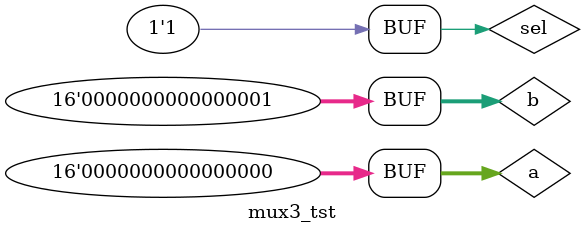
<source format=v>
`timescale 1ns / 1ps


module mux3_tst;

	// Inputs
	reg [15:0] a;
	reg [15:0] b;
	reg sel;

	// Outputs
	wire [15:0] o;

	// Instantiate the Unit Under Test (UUT)
	MUX_3 uut (
		.a(a), 
		.b(b), 
		.sel(sel), 
		.o(o)
	);

	initial begin
		a = 0;
		b = 0;
		sel = 0;

		
		#100;
		a = 1;
		b = 0;
		sel = 0;

		
		#100;
		a = 0;
		b = 1;
		sel = 1;

		
		#100;

	end
      
endmodule


</source>
